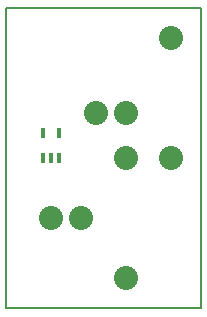
<source format=gbr>
G04 PROTEUS GERBER X2 FILE*
%TF.GenerationSoftware,Labcenter,Proteus,8.5-SP0-Build22067*%
%TF.CreationDate,2020-12-07T21:36:56+00:00*%
%TF.FileFunction,Soldermask,Top*%
%TF.FilePolarity,Negative*%
%TF.Part,Single*%
%FSLAX45Y45*%
%MOMM*%
G01*
%TA.AperFunction,Material*%
%ADD17C,2.032000*%
%AMPPAD008*
4,1,4,
0.203200,-0.419100,
-0.203200,-0.419100,
-0.203200,0.419100,
0.203200,0.419100,
0.203200,-0.419100,
0*%
%ADD18PPAD008*%
%TA.AperFunction,Profile*%
%ADD13C,0.203200*%
D17*
X-2921000Y+1270000D03*
X-2667000Y+1270000D03*
X-3302000Y+381000D03*
X-3048000Y+381000D03*
X-2286000Y+1905000D03*
X-2286000Y+889000D03*
X-2667000Y+889000D03*
X-2667000Y-127000D03*
D18*
X-3367000Y+889000D03*
X-3302000Y+889000D03*
X-3237000Y+889000D03*
X-3237000Y+1099000D03*
X-3367000Y+1099000D03*
D13*
X-3683000Y-381000D02*
X-2032000Y-381000D01*
X-2032000Y+2159000D01*
X-3683000Y+2159000D01*
X-3683000Y-381000D01*
M02*

</source>
